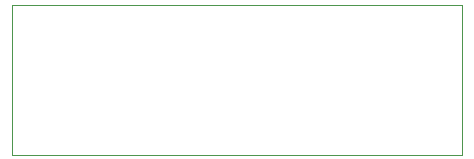
<source format=gm1>
G04 #@! TF.GenerationSoftware,KiCad,Pcbnew,(6.0.6)*
G04 #@! TF.CreationDate,2022-08-23T08:07:10+02:00*
G04 #@! TF.ProjectId,Stepdown led board,53746570-646f-4776-9e20-6c656420626f,rev?*
G04 #@! TF.SameCoordinates,Original*
G04 #@! TF.FileFunction,Profile,NP*
%FSLAX46Y46*%
G04 Gerber Fmt 4.6, Leading zero omitted, Abs format (unit mm)*
G04 Created by KiCad (PCBNEW (6.0.6)) date 2022-08-23 08:07:10*
%MOMM*%
%LPD*%
G01*
G04 APERTURE LIST*
G04 #@! TA.AperFunction,Profile*
%ADD10C,0.100000*%
G04 #@! TD*
G04 APERTURE END LIST*
D10*
X20320000Y-22860000D02*
X58420000Y-22860000D01*
X58420000Y-22860000D02*
X58420000Y-35560000D01*
X58420000Y-35560000D02*
X20320000Y-35560000D01*
X20320000Y-35560000D02*
X20320000Y-22860000D01*
M02*

</source>
